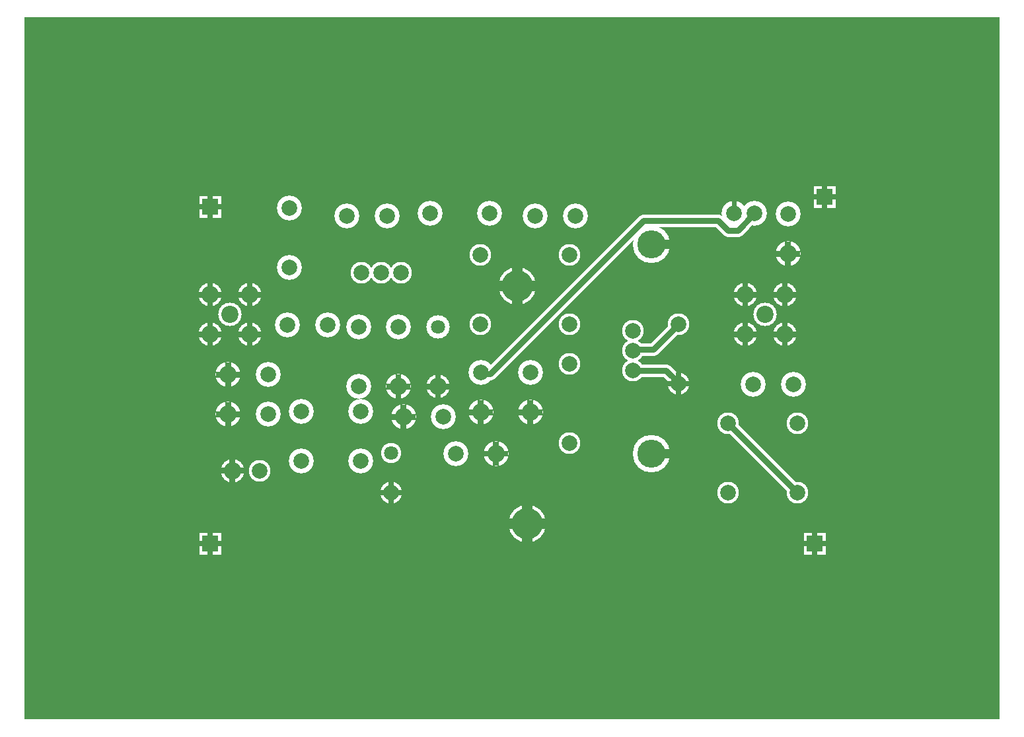
<source format=gbr>
%FSLAX34Y34*%
%MOMM*%
%LNCOPPER_TOP*%
G71*
G01*
%ADD10C,2.800*%
%ADD11C,3.200*%
%ADD12C,3.000*%
%ADD13C,3.000*%
%ADD14C,2.800*%
%ADD15C,2.600*%
%ADD16C,4.800*%
%ADD17C,1.600*%
%ADD18C,4.800*%
%ADD19C,2.800*%
%ADD20C,3.000*%
%ADD21C,0.733*%
%ADD22C,0.667*%
%ADD23C,0.813*%
%ADD24C,1.200*%
%ADD25C,1.333*%
%ADD26C,2.000*%
%ADD27C,2.000*%
%ADD28C,2.200*%
%ADD29C,1.800*%
%ADD30C,3.600*%
%ADD31C,0.800*%
%ADD32C,4.000*%
%ADD33C,2.000*%
%ADD34C,2.200*%
%LPD*%
G36*
X-200000Y700000D02*
X1050000Y700000D01*
X1050000Y-200000D01*
X-200000Y-200000D01*
X-200000Y700000D01*
G37*
%LPC*%
X231800Y373100D02*
G54D10*
D03*
X257200Y373100D02*
G54D10*
D03*
X282600Y373100D02*
G54D10*
D03*
X579716Y298260D02*
G54D10*
D03*
X579716Y272860D02*
G54D10*
D03*
X579716Y247460D02*
G54D10*
D03*
X188399Y305673D02*
G54D11*
D03*
X137419Y305561D02*
G54D11*
D03*
X228625Y303125D02*
G54D11*
D03*
X228575Y226875D02*
G54D11*
D03*
X38100Y344500D02*
G54D12*
D03*
X88900Y344500D02*
G54D12*
D03*
X63500Y319100D02*
G54D12*
D03*
X88900Y293700D02*
G54D12*
D03*
X38100Y293700D02*
G54D12*
D03*
X139725Y455525D02*
G54D11*
D03*
X139675Y379275D02*
G54D11*
D03*
X279425Y303125D02*
G54D11*
D03*
X279375Y226875D02*
G54D11*
D03*
X264599Y445373D02*
G54D11*
D03*
X213619Y445261D02*
G54D11*
D03*
X330225Y303125D02*
G54D13*
D03*
X330175Y226875D02*
G54D13*
D03*
X285734Y187811D02*
G54D11*
D03*
X336715Y187923D02*
G54D11*
D03*
X231223Y195048D02*
G54D11*
D03*
X154973Y195098D02*
G54D11*
D03*
X112199Y242173D02*
G54D11*
D03*
X61219Y242061D02*
G54D11*
D03*
X112199Y191373D02*
G54D11*
D03*
X61219Y191261D02*
G54D11*
D03*
X66612Y119100D02*
G54D14*
D03*
X101712Y119100D02*
G54D14*
D03*
X231223Y131548D02*
G54D11*
D03*
X154973Y131598D02*
G54D11*
D03*
X269900Y90400D02*
G54D15*
D03*
X269900Y141200D02*
G54D15*
D03*
X404299Y140573D02*
G54D11*
D03*
X353319Y140461D02*
G54D11*
D03*
X396323Y449048D02*
G54D11*
D03*
X320073Y449098D02*
G54D11*
D03*
X638200Y306300D02*
G54D14*
D03*
X638200Y230100D02*
G54D14*
D03*
X785299Y229474D02*
G54D11*
D03*
X734318Y229361D02*
G54D11*
D03*
X384200Y395200D02*
G54D14*
D03*
X384200Y306300D02*
G54D14*
D03*
X498500Y395200D02*
G54D14*
D03*
X498500Y306300D02*
G54D14*
D03*
X384898Y193810D02*
G54D11*
D03*
X384785Y244790D02*
G54D11*
D03*
X709775Y448575D02*
G54D11*
D03*
X735275Y448575D02*
G54D11*
D03*
X778598Y397010D02*
G54D11*
D03*
X778485Y447990D02*
G54D11*
D03*
X701700Y179300D02*
G54D14*
D03*
X790600Y179300D02*
G54D14*
D03*
X701700Y90400D02*
G54D14*
D03*
X790600Y90400D02*
G54D14*
D03*
X505900Y445373D02*
G54D11*
D03*
X454920Y445260D02*
G54D11*
D03*
X723900Y344500D02*
G54D12*
D03*
X774700Y344500D02*
G54D12*
D03*
X749300Y319100D02*
G54D12*
D03*
X774700Y293700D02*
G54D12*
D03*
X723900Y293700D02*
G54D12*
D03*
X603276Y409344D02*
G54D16*
D03*
X603376Y140944D02*
G54D16*
D03*
X498500Y255500D02*
G54D14*
D03*
X498500Y153900D02*
G54D14*
D03*
X448398Y193810D02*
G54D11*
D03*
X448285Y244790D02*
G54D11*
D03*
G54D17*
X638200Y306300D02*
X606450Y274550D01*
X581050Y274550D01*
X579716Y272860D01*
G54D17*
X790600Y90400D02*
X701700Y179300D01*
G54D17*
X735275Y448575D02*
X733450Y446000D01*
X714400Y426950D01*
X701700Y426950D01*
X689000Y439650D01*
X593750Y439650D01*
X396900Y242800D01*
X384200Y242800D01*
X384785Y244790D01*
G36*
X24100Y471200D02*
X52100Y471200D01*
X52100Y443200D01*
X24100Y443200D01*
X24100Y471200D01*
G37*
G36*
X24100Y39400D02*
X52100Y39400D01*
X52100Y11400D01*
X24100Y11400D01*
X24100Y39400D01*
G37*
G36*
X798800Y39400D02*
X826800Y39400D01*
X826800Y11400D01*
X798800Y11400D01*
X798800Y39400D01*
G37*
G36*
X811500Y483900D02*
X839500Y483900D01*
X839500Y455900D01*
X811500Y455900D01*
X811500Y483900D01*
G37*
X444500Y50800D02*
G54D18*
D03*
X431800Y355600D02*
G54D18*
D03*
X61219Y191261D02*
G54D19*
D03*
X61219Y242061D02*
G54D19*
D03*
X404299Y140573D02*
G54D19*
D03*
X638200Y230100D02*
G54D19*
D03*
G54D17*
X638200Y230100D02*
X641350Y228600D01*
X622300Y247650D01*
X577850Y247650D01*
X579716Y247460D01*
X330175Y226875D02*
G54D19*
D03*
X279375Y226875D02*
G54D20*
D03*
X285734Y187811D02*
G54D20*
D03*
X384898Y193810D02*
G54D20*
D03*
X448398Y193810D02*
G54D20*
D03*
X269900Y90400D02*
G54D19*
D03*
X61219Y242061D02*
G54D20*
D03*
X61219Y191261D02*
G54D20*
D03*
X66612Y119100D02*
G54D20*
D03*
X404299Y140573D02*
G54D20*
D03*
X330175Y226875D02*
G54D20*
D03*
X778598Y397010D02*
G54D20*
D03*
%LPD*%
G54D21*
G36*
X34433Y344500D02*
X34433Y360000D01*
X41767Y360000D01*
X41767Y344500D01*
X34433Y344500D01*
G37*
G36*
X38100Y348167D02*
X53600Y348167D01*
X53600Y340833D01*
X38100Y340833D01*
X38100Y348167D01*
G37*
G36*
X41767Y344500D02*
X41767Y329000D01*
X34433Y329000D01*
X34433Y344500D01*
X41767Y344500D01*
G37*
G36*
X38100Y340833D02*
X22600Y340833D01*
X22600Y348167D01*
X38100Y348167D01*
X38100Y340833D01*
G37*
G54D21*
G36*
X85233Y344500D02*
X85233Y360000D01*
X92567Y360000D01*
X92567Y344500D01*
X85233Y344500D01*
G37*
G36*
X88900Y348167D02*
X104400Y348167D01*
X104400Y340833D01*
X88900Y340833D01*
X88900Y348167D01*
G37*
G36*
X92567Y344500D02*
X92567Y329000D01*
X85233Y329000D01*
X85233Y344500D01*
X92567Y344500D01*
G37*
G36*
X88900Y340833D02*
X73400Y340833D01*
X73400Y348167D01*
X88900Y348167D01*
X88900Y340833D01*
G37*
G54D21*
G36*
X85233Y293700D02*
X85233Y309200D01*
X92567Y309200D01*
X92567Y293700D01*
X85233Y293700D01*
G37*
G36*
X88900Y297367D02*
X104400Y297367D01*
X104400Y290033D01*
X88900Y290033D01*
X88900Y297367D01*
G37*
G36*
X92567Y293700D02*
X92567Y278200D01*
X85233Y278200D01*
X85233Y293700D01*
X92567Y293700D01*
G37*
G36*
X88900Y290033D02*
X73400Y290033D01*
X73400Y297367D01*
X88900Y297367D01*
X88900Y290033D01*
G37*
G54D21*
G36*
X34433Y293700D02*
X34433Y309200D01*
X41767Y309200D01*
X41767Y293700D01*
X34433Y293700D01*
G37*
G36*
X38100Y297367D02*
X53600Y297367D01*
X53600Y290033D01*
X38100Y290033D01*
X38100Y297367D01*
G37*
G36*
X41767Y293700D02*
X41767Y278200D01*
X34433Y278200D01*
X34433Y293700D01*
X41767Y293700D01*
G37*
G36*
X38100Y290033D02*
X22600Y290033D01*
X22600Y297367D01*
X38100Y297367D01*
X38100Y290033D01*
G37*
G54D22*
G36*
X706442Y448575D02*
X706442Y465075D01*
X713108Y465075D01*
X713108Y448575D01*
X706442Y448575D01*
G37*
G54D23*
G54D21*
G36*
X720233Y344500D02*
X720233Y360000D01*
X727567Y360000D01*
X727567Y344500D01*
X720233Y344500D01*
G37*
G36*
X723900Y348167D02*
X739400Y348167D01*
X739400Y340833D01*
X723900Y340833D01*
X723900Y348167D01*
G37*
G36*
X727567Y344500D02*
X727567Y329000D01*
X720233Y329000D01*
X720233Y344500D01*
X727567Y344500D01*
G37*
G36*
X723900Y340833D02*
X708400Y340833D01*
X708400Y348167D01*
X723900Y348167D01*
X723900Y340833D01*
G37*
G54D21*
G36*
X771033Y344500D02*
X771033Y360000D01*
X778367Y360000D01*
X778367Y344500D01*
X771033Y344500D01*
G37*
G36*
X774700Y348167D02*
X790200Y348167D01*
X790200Y340833D01*
X774700Y340833D01*
X774700Y348167D01*
G37*
G36*
X778367Y344500D02*
X778367Y329000D01*
X771033Y329000D01*
X771033Y344500D01*
X778367Y344500D01*
G37*
G36*
X774700Y340833D02*
X759200Y340833D01*
X759200Y348167D01*
X774700Y348167D01*
X774700Y340833D01*
G37*
G54D21*
G36*
X771033Y293700D02*
X771033Y309200D01*
X778367Y309200D01*
X778367Y293700D01*
X771033Y293700D01*
G37*
G36*
X774700Y297367D02*
X790200Y297367D01*
X790200Y290033D01*
X774700Y290033D01*
X774700Y297367D01*
G37*
G36*
X778367Y293700D02*
X778367Y278200D01*
X771033Y278200D01*
X771033Y293700D01*
X778367Y293700D01*
G37*
G36*
X774700Y290033D02*
X759200Y290033D01*
X759200Y297367D01*
X774700Y297367D01*
X774700Y290033D01*
G37*
G54D21*
G36*
X720233Y293700D02*
X720233Y309200D01*
X727567Y309200D01*
X727567Y293700D01*
X720233Y293700D01*
G37*
G36*
X723900Y297367D02*
X739400Y297367D01*
X739400Y290033D01*
X723900Y290033D01*
X723900Y297367D01*
G37*
G36*
X727567Y293700D02*
X727567Y278200D01*
X720233Y278200D01*
X720233Y293700D01*
X727567Y293700D01*
G37*
G36*
X723900Y290033D02*
X708400Y290033D01*
X708400Y297367D01*
X723900Y297367D01*
X723900Y290033D01*
G37*
G54D24*
G36*
X603276Y415344D02*
X627776Y415344D01*
X627776Y403344D01*
X603276Y403344D01*
X603276Y415344D01*
G37*
G54D24*
G36*
X603376Y146944D02*
X627876Y146944D01*
X627876Y134944D01*
X603376Y134944D01*
X603376Y146944D01*
G37*
G54D22*
G36*
X34767Y457200D02*
X34767Y471700D01*
X41433Y471700D01*
X41433Y457200D01*
X34767Y457200D01*
G37*
G36*
X38100Y460533D02*
X52600Y460533D01*
X52600Y453867D01*
X38100Y453867D01*
X38100Y460533D01*
G37*
G36*
X41433Y457200D02*
X41433Y442700D01*
X34767Y442700D01*
X34767Y457200D01*
X41433Y457200D01*
G37*
G36*
X38100Y453867D02*
X23600Y453867D01*
X23600Y460533D01*
X38100Y460533D01*
X38100Y453867D01*
G37*
G54D22*
G36*
X34767Y25400D02*
X34767Y39900D01*
X41433Y39900D01*
X41433Y25400D01*
X34767Y25400D01*
G37*
G36*
X38100Y28733D02*
X52600Y28733D01*
X52600Y22067D01*
X38100Y22067D01*
X38100Y28733D01*
G37*
G36*
X41433Y25400D02*
X41433Y10900D01*
X34767Y10900D01*
X34767Y25400D01*
X41433Y25400D01*
G37*
G36*
X38100Y22067D02*
X23600Y22067D01*
X23600Y28733D01*
X38100Y28733D01*
X38100Y22067D01*
G37*
G54D22*
G36*
X809467Y25400D02*
X809467Y39900D01*
X816133Y39900D01*
X816133Y25400D01*
X809467Y25400D01*
G37*
G36*
X812800Y28733D02*
X827300Y28733D01*
X827300Y22067D01*
X812800Y22067D01*
X812800Y28733D01*
G37*
G36*
X816133Y25400D02*
X816133Y10900D01*
X809467Y10900D01*
X809467Y25400D01*
X816133Y25400D01*
G37*
G36*
X812800Y22067D02*
X798300Y22067D01*
X798300Y28733D01*
X812800Y28733D01*
X812800Y22067D01*
G37*
G54D22*
G36*
X822167Y469900D02*
X822167Y484400D01*
X828833Y484400D01*
X828833Y469900D01*
X822167Y469900D01*
G37*
G36*
X825500Y473233D02*
X840000Y473233D01*
X840000Y466567D01*
X825500Y466567D01*
X825500Y473233D01*
G37*
G36*
X828833Y469900D02*
X828833Y455400D01*
X822167Y455400D01*
X822167Y469900D01*
X828833Y469900D01*
G37*
G36*
X825500Y466567D02*
X811000Y466567D01*
X811000Y473233D01*
X825500Y473233D01*
X825500Y466567D01*
G37*
G54D25*
G36*
X437833Y50800D02*
X437833Y75300D01*
X451167Y75300D01*
X451167Y50800D01*
X437833Y50800D01*
G37*
G36*
X444500Y57467D02*
X469000Y57467D01*
X469000Y44133D01*
X444500Y44133D01*
X444500Y57467D01*
G37*
G36*
X451167Y50800D02*
X451167Y26300D01*
X437833Y26300D01*
X437833Y50800D01*
X451167Y50800D01*
G37*
G36*
X444500Y44133D02*
X420000Y44133D01*
X420000Y57467D01*
X444500Y57467D01*
X444500Y44133D01*
G37*
G54D25*
G36*
X425133Y355600D02*
X425133Y380100D01*
X438467Y380100D01*
X438467Y355600D01*
X425133Y355600D01*
G37*
G36*
X431800Y362267D02*
X456300Y362267D01*
X456300Y348933D01*
X431800Y348933D01*
X431800Y362267D01*
G37*
G36*
X438467Y355600D02*
X438467Y331100D01*
X425133Y331100D01*
X425133Y355600D01*
X438467Y355600D01*
G37*
G36*
X431800Y348933D02*
X407300Y348933D01*
X407300Y362267D01*
X431800Y362267D01*
X431800Y348933D01*
G37*
G54D22*
G36*
X57886Y191261D02*
X57886Y205761D01*
X64552Y205761D01*
X64552Y191261D01*
X57886Y191261D01*
G37*
G36*
X61219Y194594D02*
X75719Y194594D01*
X75719Y187928D01*
X61219Y187928D01*
X61219Y194594D01*
G37*
G36*
X64552Y191261D02*
X64552Y176761D01*
X57886Y176761D01*
X57886Y191261D01*
X64552Y191261D01*
G37*
G36*
X61219Y187928D02*
X46719Y187928D01*
X46719Y194594D01*
X61219Y194594D01*
X61219Y187928D01*
G37*
G54D22*
G36*
X57886Y242061D02*
X57886Y256561D01*
X64552Y256561D01*
X64552Y242061D01*
X57886Y242061D01*
G37*
G36*
X61219Y245394D02*
X75719Y245394D01*
X75719Y238728D01*
X61219Y238728D01*
X61219Y245394D01*
G37*
G36*
X64552Y242061D02*
X64552Y227561D01*
X57886Y227561D01*
X57886Y242061D01*
X64552Y242061D01*
G37*
G36*
X61219Y238728D02*
X46719Y238728D01*
X46719Y245394D01*
X61219Y245394D01*
X61219Y238728D01*
G37*
G54D22*
G36*
X400966Y140573D02*
X400966Y155073D01*
X407632Y155073D01*
X407632Y140573D01*
X400966Y140573D01*
G37*
G36*
X404299Y143906D02*
X418799Y143906D01*
X418799Y137240D01*
X404299Y137240D01*
X404299Y143906D01*
G37*
G36*
X407632Y140573D02*
X407632Y126073D01*
X400966Y126073D01*
X400966Y140573D01*
X407632Y140573D01*
G37*
G36*
X404299Y137240D02*
X389799Y137240D01*
X389799Y143906D01*
X404299Y143906D01*
X404299Y137240D01*
G37*
G54D22*
G36*
X634867Y230100D02*
X634867Y244600D01*
X641533Y244600D01*
X641533Y230100D01*
X634867Y230100D01*
G37*
G36*
X638200Y233433D02*
X652700Y233433D01*
X652700Y226767D01*
X638200Y226767D01*
X638200Y233433D01*
G37*
G36*
X641533Y230100D02*
X641533Y215600D01*
X634867Y215600D01*
X634867Y230100D01*
X641533Y230100D01*
G37*
G36*
X638200Y226767D02*
X623700Y226767D01*
X623700Y233433D01*
X638200Y233433D01*
X638200Y226767D01*
G37*
G54D22*
G36*
X326842Y226875D02*
X326842Y241375D01*
X333508Y241375D01*
X333508Y226875D01*
X326842Y226875D01*
G37*
G36*
X330175Y230208D02*
X344675Y230208D01*
X344675Y223542D01*
X330175Y223542D01*
X330175Y230208D01*
G37*
G36*
X333508Y226875D02*
X333508Y212375D01*
X326842Y212375D01*
X326842Y226875D01*
X333508Y226875D01*
G37*
G36*
X330175Y223542D02*
X315675Y223542D01*
X315675Y230208D01*
X330175Y230208D01*
X330175Y223542D01*
G37*
G54D21*
G36*
X275708Y226875D02*
X275708Y242375D01*
X283042Y242375D01*
X283042Y226875D01*
X275708Y226875D01*
G37*
G36*
X279375Y230542D02*
X294875Y230542D01*
X294875Y223208D01*
X279375Y223208D01*
X279375Y230542D01*
G37*
G36*
X283042Y226875D02*
X283042Y211375D01*
X275708Y211375D01*
X275708Y226875D01*
X283042Y226875D01*
G37*
G36*
X279375Y223208D02*
X263875Y223208D01*
X263875Y230542D01*
X279375Y230542D01*
X279375Y223208D01*
G37*
G54D21*
G36*
X282067Y187811D02*
X282067Y203311D01*
X289401Y203311D01*
X289401Y187811D01*
X282067Y187811D01*
G37*
G36*
X285734Y191477D02*
X301234Y191477D01*
X301234Y184144D01*
X285734Y184144D01*
X285734Y191477D01*
G37*
G36*
X289401Y187811D02*
X289401Y172311D01*
X282067Y172311D01*
X282067Y187811D01*
X289401Y187811D01*
G37*
G36*
X285734Y184144D02*
X270234Y184144D01*
X270234Y191477D01*
X285734Y191477D01*
X285734Y184144D01*
G37*
G54D21*
G36*
X381231Y193810D02*
X381231Y209310D01*
X388564Y209310D01*
X388564Y193810D01*
X381231Y193810D01*
G37*
G36*
X384898Y197476D02*
X400398Y197476D01*
X400398Y190143D01*
X384898Y190143D01*
X384898Y197476D01*
G37*
G36*
X388564Y193810D02*
X388564Y178310D01*
X381231Y178310D01*
X381231Y193810D01*
X388564Y193810D01*
G37*
G36*
X384898Y190143D02*
X369398Y190143D01*
X369398Y197476D01*
X384898Y197476D01*
X384898Y190143D01*
G37*
G54D21*
G36*
X444731Y193810D02*
X444731Y209310D01*
X452064Y209310D01*
X452064Y193810D01*
X444731Y193810D01*
G37*
G36*
X448398Y197476D02*
X463898Y197476D01*
X463898Y190143D01*
X448398Y190143D01*
X448398Y197476D01*
G37*
G36*
X452064Y193810D02*
X452064Y178310D01*
X444731Y178310D01*
X444731Y193810D01*
X452064Y193810D01*
G37*
G36*
X448398Y190143D02*
X432898Y190143D01*
X432898Y197476D01*
X448398Y197476D01*
X448398Y190143D01*
G37*
G54D22*
G36*
X266567Y90400D02*
X266567Y104900D01*
X273233Y104900D01*
X273233Y90400D01*
X266567Y90400D01*
G37*
G36*
X269900Y93733D02*
X284400Y93733D01*
X284400Y87067D01*
X269900Y87067D01*
X269900Y93733D01*
G37*
G36*
X273233Y90400D02*
X273233Y75900D01*
X266567Y75900D01*
X266567Y90400D01*
X273233Y90400D01*
G37*
G36*
X269900Y87067D02*
X255400Y87067D01*
X255400Y93733D01*
X269900Y93733D01*
X269900Y87067D01*
G37*
G54D21*
G36*
X57552Y242061D02*
X57552Y257561D01*
X64885Y257561D01*
X64885Y242061D01*
X57552Y242061D01*
G37*
G36*
X61219Y245728D02*
X76719Y245728D01*
X76719Y238394D01*
X61219Y238394D01*
X61219Y245728D01*
G37*
G36*
X64885Y242061D02*
X64885Y226561D01*
X57552Y226561D01*
X57552Y242061D01*
X64885Y242061D01*
G37*
G36*
X61219Y238394D02*
X45719Y238394D01*
X45719Y245728D01*
X61219Y245728D01*
X61219Y238394D01*
G37*
G54D21*
G36*
X57552Y191261D02*
X57552Y206761D01*
X64885Y206761D01*
X64885Y191261D01*
X57552Y191261D01*
G37*
G36*
X61219Y194928D02*
X76719Y194928D01*
X76719Y187594D01*
X61219Y187594D01*
X61219Y194928D01*
G37*
G36*
X64885Y191261D02*
X64885Y175761D01*
X57552Y175761D01*
X57552Y191261D01*
X64885Y191261D01*
G37*
G36*
X61219Y187594D02*
X45719Y187594D01*
X45719Y194928D01*
X61219Y194928D01*
X61219Y187594D01*
G37*
G54D21*
G36*
X62945Y119100D02*
X62945Y134600D01*
X70279Y134600D01*
X70279Y119100D01*
X62945Y119100D01*
G37*
G36*
X66612Y122767D02*
X82112Y122767D01*
X82112Y115433D01*
X66612Y115433D01*
X66612Y122767D01*
G37*
G36*
X70279Y119100D02*
X70279Y103600D01*
X62945Y103600D01*
X62945Y119100D01*
X70279Y119100D01*
G37*
G36*
X66612Y115433D02*
X51112Y115433D01*
X51112Y122767D01*
X66612Y122767D01*
X66612Y115433D01*
G37*
G54D21*
G36*
X400632Y140573D02*
X400632Y156073D01*
X407966Y156073D01*
X407966Y140573D01*
X400632Y140573D01*
G37*
G36*
X404299Y144240D02*
X419799Y144240D01*
X419799Y136906D01*
X404299Y136906D01*
X404299Y144240D01*
G37*
G36*
X407966Y140573D02*
X407966Y125073D01*
X400632Y125073D01*
X400632Y140573D01*
X407966Y140573D01*
G37*
G36*
X404299Y136906D02*
X388799Y136906D01*
X388799Y144240D01*
X404299Y144240D01*
X404299Y136906D01*
G37*
G54D21*
G36*
X326508Y226875D02*
X326508Y242375D01*
X333842Y242375D01*
X333842Y226875D01*
X326508Y226875D01*
G37*
G36*
X330175Y230542D02*
X345675Y230542D01*
X345675Y223208D01*
X330175Y223208D01*
X330175Y230542D01*
G37*
G36*
X333842Y226875D02*
X333842Y211375D01*
X326508Y211375D01*
X326508Y226875D01*
X333842Y226875D01*
G37*
G36*
X330175Y223208D02*
X314675Y223208D01*
X314675Y230542D01*
X330175Y230542D01*
X330175Y223208D01*
G37*
G54D21*
G36*
X774931Y397010D02*
X774931Y412510D01*
X782264Y412510D01*
X782264Y397010D01*
X774931Y397010D01*
G37*
G36*
X778598Y400676D02*
X794098Y400676D01*
X794098Y393343D01*
X778598Y393343D01*
X778598Y400676D01*
G37*
G36*
X782264Y397010D02*
X782264Y381510D01*
X774931Y381510D01*
X774931Y397010D01*
X782264Y397010D01*
G37*
G36*
X778598Y393343D02*
X763098Y393343D01*
X763098Y400676D01*
X778598Y400676D01*
X778598Y393343D01*
G37*
X231800Y373100D02*
G54D26*
D03*
X257200Y373100D02*
G54D26*
D03*
X282600Y373100D02*
G54D26*
D03*
X579716Y298260D02*
G54D26*
D03*
X579716Y272860D02*
G54D26*
D03*
X579716Y247460D02*
G54D26*
D03*
X188399Y305673D02*
G54D27*
D03*
X137419Y305561D02*
G54D27*
D03*
X228625Y303125D02*
G54D27*
D03*
X228575Y226875D02*
G54D27*
D03*
X38100Y344500D02*
G54D28*
D03*
X88900Y344500D02*
G54D28*
D03*
X63500Y319100D02*
G54D28*
D03*
X88900Y293700D02*
G54D28*
D03*
X38100Y293700D02*
G54D28*
D03*
X139725Y455525D02*
G54D27*
D03*
X139675Y379275D02*
G54D27*
D03*
X279425Y303125D02*
G54D27*
D03*
X279375Y226875D02*
G54D27*
D03*
X264599Y445373D02*
G54D27*
D03*
X213619Y445261D02*
G54D27*
D03*
X330225Y303125D02*
G54D29*
D03*
X330175Y226875D02*
G54D29*
D03*
X285734Y187811D02*
G54D27*
D03*
X336715Y187923D02*
G54D27*
D03*
X231223Y195048D02*
G54D27*
D03*
X154973Y195098D02*
G54D27*
D03*
X112199Y242173D02*
G54D27*
D03*
X61219Y242061D02*
G54D27*
D03*
X112199Y191373D02*
G54D27*
D03*
X61219Y191261D02*
G54D27*
D03*
X66612Y119100D02*
G54D27*
D03*
X101712Y119100D02*
G54D27*
D03*
X231223Y131548D02*
G54D27*
D03*
X154973Y131598D02*
G54D27*
D03*
X269900Y90400D02*
G54D29*
D03*
X269900Y141200D02*
G54D29*
D03*
X404299Y140573D02*
G54D27*
D03*
X353319Y140461D02*
G54D27*
D03*
X396323Y449048D02*
G54D27*
D03*
X320073Y449098D02*
G54D27*
D03*
X638200Y306300D02*
G54D27*
D03*
X638200Y230100D02*
G54D27*
D03*
X785299Y229474D02*
G54D27*
D03*
X734318Y229361D02*
G54D27*
D03*
X384200Y395200D02*
G54D27*
D03*
X384200Y306300D02*
G54D27*
D03*
X498500Y395200D02*
G54D27*
D03*
X498500Y306300D02*
G54D27*
D03*
X384898Y193810D02*
G54D27*
D03*
X384785Y244790D02*
G54D27*
D03*
X709775Y448575D02*
G54D27*
D03*
X735275Y448575D02*
G54D27*
D03*
X778598Y397010D02*
G54D27*
D03*
X778485Y447990D02*
G54D27*
D03*
X701700Y179300D02*
G54D27*
D03*
X790600Y179300D02*
G54D27*
D03*
X701700Y90400D02*
G54D27*
D03*
X790600Y90400D02*
G54D27*
D03*
X505900Y445373D02*
G54D27*
D03*
X454920Y445260D02*
G54D27*
D03*
X723900Y344500D02*
G54D28*
D03*
X774700Y344500D02*
G54D28*
D03*
X749300Y319100D02*
G54D28*
D03*
X774700Y293700D02*
G54D28*
D03*
X723900Y293700D02*
G54D28*
D03*
X603276Y409344D02*
G54D30*
D03*
X603376Y140944D02*
G54D30*
D03*
X498500Y255500D02*
G54D27*
D03*
X498500Y153900D02*
G54D27*
D03*
X448398Y193810D02*
G54D27*
D03*
X448285Y244790D02*
G54D27*
D03*
G54D31*
X638200Y306300D02*
X606450Y274550D01*
X581050Y274550D01*
X579716Y272860D01*
G54D31*
X790600Y90400D02*
X701700Y179300D01*
G54D31*
X735275Y448575D02*
X733450Y446000D01*
X714400Y426950D01*
X701700Y426950D01*
X689000Y439650D01*
X593750Y439650D01*
X396900Y242800D01*
X384200Y242800D01*
X384785Y244790D01*
G36*
X28100Y467200D02*
X48100Y467200D01*
X48100Y447200D01*
X28100Y447200D01*
X28100Y467200D01*
G37*
G36*
X28100Y35400D02*
X48100Y35400D01*
X48100Y15400D01*
X28100Y15400D01*
X28100Y35400D01*
G37*
G36*
X802800Y35400D02*
X822800Y35400D01*
X822800Y15400D01*
X802800Y15400D01*
X802800Y35400D01*
G37*
G36*
X815500Y479900D02*
X835500Y479900D01*
X835500Y459900D01*
X815500Y459900D01*
X815500Y479900D01*
G37*
X444500Y50800D02*
G54D32*
D03*
X431800Y355600D02*
G54D32*
D03*
X61219Y191261D02*
G54D33*
D03*
X61219Y242061D02*
G54D33*
D03*
X404299Y140573D02*
G54D33*
D03*
X638200Y230100D02*
G54D33*
D03*
G54D31*
X638200Y230100D02*
X641350Y228600D01*
X622300Y247650D01*
X577850Y247650D01*
X579716Y247460D01*
X330175Y226875D02*
G54D33*
D03*
X279375Y226875D02*
G54D34*
D03*
X285734Y187811D02*
G54D34*
D03*
X384898Y193810D02*
G54D34*
D03*
X448398Y193810D02*
G54D34*
D03*
X269900Y90400D02*
G54D33*
D03*
X61219Y242061D02*
G54D34*
D03*
X61219Y191261D02*
G54D34*
D03*
X66612Y119100D02*
G54D34*
D03*
X404299Y140573D02*
G54D34*
D03*
X330175Y226875D02*
G54D34*
D03*
X778598Y397010D02*
G54D34*
D03*
M02*

</source>
